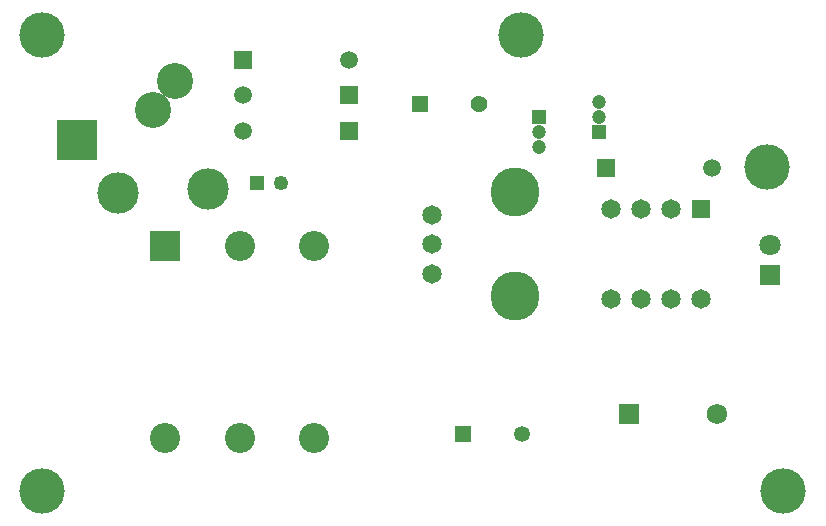
<source format=gts>
G04*
G04 #@! TF.GenerationSoftware,Altium Limited,Altium Designer,23.2.1 (34)*
G04*
G04 Layer_Color=8388736*
%FSLAX44Y44*%
%MOMM*%
G71*
G04*
G04 #@! TF.SameCoordinates,3219B47F-80F4-41BA-9109-FB6CE15A0C88*
G04*
G04*
G04 #@! TF.FilePolarity,Negative*
G04*
G01*
G75*
%ADD15R,1.2000X1.2000*%
%ADD16C,1.2000*%
%ADD17R,1.5000X1.5000*%
%ADD18C,1.5000*%
%ADD19C,3.0500*%
%ADD20C,3.5040*%
%ADD21R,3.5040X3.5040*%
%ADD22C,2.5500*%
%ADD23R,2.5500X2.5500*%
%ADD24C,3.8500*%
%ADD25C,4.1500*%
%ADD26C,1.6500*%
%ADD27C,1.7250*%
%ADD28R,1.7250X1.7250*%
%ADD29R,1.6500X1.6500*%
%ADD30C,1.8000*%
%ADD31R,1.8000X1.8000*%
%ADD32C,1.3500*%
%ADD33R,1.3500X1.3500*%
%ADD34C,1.2500*%
%ADD35R,1.2500X1.2500*%
%ADD36R,1.4250X1.4250*%
%ADD37C,1.4250*%
D15*
X500380Y332740D02*
D03*
X449580Y345440D02*
D03*
D16*
X500380D02*
D03*
Y358140D02*
D03*
X449580Y332740D02*
D03*
Y320040D02*
D03*
D17*
X506180Y302260D02*
D03*
X288840Y334010D02*
D03*
Y364490D02*
D03*
X198840Y393700D02*
D03*
D18*
X596180Y302260D02*
D03*
X198840Y334010D02*
D03*
X288840Y393700D02*
D03*
X198840Y364490D02*
D03*
D19*
X123190Y351790D02*
D03*
X141420Y376390D02*
D03*
D20*
X169420Y284390D02*
D03*
X93420Y281390D02*
D03*
D21*
X58420Y326390D02*
D03*
D22*
X259350Y74220D02*
D03*
X196350D02*
D03*
X133350D02*
D03*
X259350Y236220D02*
D03*
X196350D02*
D03*
D23*
X133350D02*
D03*
D24*
X434340Y415290D02*
D03*
X29210D02*
D03*
X642620Y303530D02*
D03*
X656590Y29210D02*
D03*
X29210D02*
D03*
D25*
X429260Y281940D02*
D03*
Y193940D02*
D03*
D26*
X359260Y262940D02*
D03*
Y237940D02*
D03*
Y212940D02*
D03*
X510540Y191770D02*
D03*
X535940D02*
D03*
X561340D02*
D03*
X586740D02*
D03*
X510540Y267970D02*
D03*
X535940D02*
D03*
X561340D02*
D03*
D27*
X600710Y93980D02*
D03*
D28*
X525710D02*
D03*
D29*
X586740Y267970D02*
D03*
D30*
X645160Y237090D02*
D03*
D31*
Y212090D02*
D03*
D32*
X435610Y77470D02*
D03*
D33*
X385610D02*
D03*
D34*
X230820Y289560D02*
D03*
D35*
X210820D02*
D03*
D36*
X348780Y356870D02*
D03*
D37*
X398780D02*
D03*
M02*

</source>
